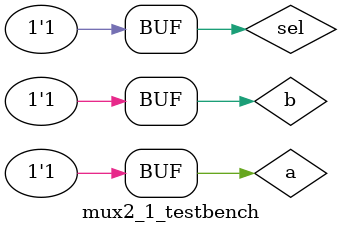
<source format=sv>
`timescale 1ns/10ps 

module mux2_1(a, b, out, sel);
		input a, b, sel;
		output out;
		
		wire out1, out2, selb;

		and #0.05 a1 (out1, b, sel); 
		not #0.05 i1 (selb, sel); 
		and #0.05 a2 (out2, a , selb); 
		or #0.05 o1 (out, out1, out2);
		
endmodule

module mux2_1_testbench();
		reg a, b, sel;
		wire out;
		
		mux2_1 dut (.a, .b, .out, .sel);
		
		initial begin
				sel=0; a=0; b=0; #10;
				sel=0; a=0; b=1; #10;
				sel=0; a=1; b=0; #10;
				sel=0; a=1; b=1; #10;
				sel=1; a=0; b=0; #10;
				sel=1; a=0; b=1; #10;
				sel=1; a=1; b=0; #10;
				sel=1; a=1; b=1; #10;
		end
endmodule
</source>
